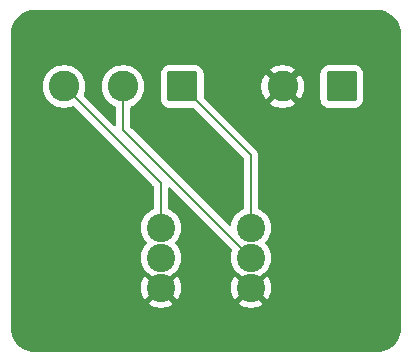
<source format=gbr>
%TF.GenerationSoftware,KiCad,Pcbnew,9.0.0*%
%TF.CreationDate,2025-03-24T14:24:08-05:00*%
%TF.ProjectId,DIIN-proyecto,4449494e-2d70-4726-9f79-6563746f2e6b,rev?*%
%TF.SameCoordinates,Original*%
%TF.FileFunction,Copper,L2,Bot*%
%TF.FilePolarity,Positive*%
%FSLAX46Y46*%
G04 Gerber Fmt 4.6, Leading zero omitted, Abs format (unit mm)*
G04 Created by KiCad (PCBNEW 9.0.0) date 2025-03-24 14:24:08*
%MOMM*%
%LPD*%
G01*
G04 APERTURE LIST*
G04 Aperture macros list*
%AMRoundRect*
0 Rectangle with rounded corners*
0 $1 Rounding radius*
0 $2 $3 $4 $5 $6 $7 $8 $9 X,Y pos of 4 corners*
0 Add a 4 corners polygon primitive as box body*
4,1,4,$2,$3,$4,$5,$6,$7,$8,$9,$2,$3,0*
0 Add four circle primitives for the rounded corners*
1,1,$1+$1,$2,$3*
1,1,$1+$1,$4,$5*
1,1,$1+$1,$6,$7*
1,1,$1+$1,$8,$9*
0 Add four rect primitives between the rounded corners*
20,1,$1+$1,$2,$3,$4,$5,0*
20,1,$1+$1,$4,$5,$6,$7,0*
20,1,$1+$1,$6,$7,$8,$9,0*
20,1,$1+$1,$8,$9,$2,$3,0*%
G04 Aperture macros list end*
%TA.AperFunction,ComponentPad*%
%ADD10C,2.400000*%
%TD*%
%TA.AperFunction,ComponentPad*%
%ADD11RoundRect,0.250000X1.050000X1.050000X-1.050000X1.050000X-1.050000X-1.050000X1.050000X-1.050000X0*%
%TD*%
%TA.AperFunction,ComponentPad*%
%ADD12C,2.600000*%
%TD*%
%TA.AperFunction,Conductor*%
%ADD13C,0.200000*%
%TD*%
G04 APERTURE END LIST*
D10*
%TO.P,U3,1,SCK*%
%TO.N,SCK*%
X135810000Y-65960000D03*
%TO.P,U3,2,WS*%
%TO.N,WS*%
X135810000Y-68500000D03*
%TO.P,U3,3,L/R*%
%TO.N,GND*%
X135810000Y-71040000D03*
%TO.P,U3,4,SD*%
%TO.N,SD*%
X128190000Y-65960000D03*
%TO.P,U3,5,VDD*%
%TO.N,+3.3V*%
X128190000Y-68500000D03*
%TO.P,U3,6,GND*%
%TO.N,GND*%
X128190000Y-71040000D03*
%TD*%
D11*
%TO.P,J14,1,Pin_1*%
%TO.N,SCK*%
X130000000Y-54000000D03*
D12*
%TO.P,J14,2,Pin_2*%
%TO.N,WS*%
X125000000Y-54000000D03*
%TO.P,J14,3,Pin_3*%
%TO.N,SD*%
X120000000Y-54000000D03*
%TD*%
D11*
%TO.P,J7,1,Pin_1*%
%TO.N,+3.3V*%
X143500000Y-54000000D03*
D12*
%TO.P,J7,2,Pin_2*%
%TO.N,GND*%
X138500000Y-54000000D03*
%TD*%
D13*
%TO.N,SCK*%
X135810000Y-59810000D02*
X135810000Y-65960000D01*
X130000000Y-54000000D02*
X135810000Y-59810000D01*
%TO.N,SD*%
X128190000Y-62190000D02*
X128190000Y-65960000D01*
X120000000Y-54000000D02*
X128190000Y-62190000D01*
%TO.N,WS*%
X125000000Y-57690000D02*
X135810000Y-68500000D01*
X125000000Y-54000000D02*
X125000000Y-57690000D01*
%TD*%
%TA.AperFunction,Conductor*%
%TO.N,GND*%
G36*
X146504043Y-47500765D02*
G01*
X146752895Y-47517075D01*
X146768953Y-47519190D01*
X146976105Y-47560395D01*
X147009535Y-47567045D01*
X147025202Y-47571243D01*
X147194947Y-47628863D01*
X147257481Y-47650091D01*
X147272458Y-47656294D01*
X147481799Y-47759529D01*
X147492460Y-47764787D01*
X147506508Y-47772897D01*
X147710464Y-47909177D01*
X147723328Y-47919048D01*
X147907749Y-48080781D01*
X147919218Y-48092250D01*
X148080951Y-48276671D01*
X148090825Y-48289539D01*
X148227102Y-48493492D01*
X148235212Y-48507539D01*
X148343702Y-48727534D01*
X148349909Y-48742520D01*
X148428756Y-48974797D01*
X148432954Y-48990464D01*
X148480807Y-49231035D01*
X148482925Y-49247116D01*
X148499235Y-49495956D01*
X148499500Y-49504066D01*
X148499500Y-74495933D01*
X148499235Y-74504043D01*
X148482925Y-74752883D01*
X148480807Y-74768964D01*
X148432954Y-75009535D01*
X148428756Y-75025202D01*
X148349909Y-75257479D01*
X148343702Y-75272465D01*
X148235212Y-75492460D01*
X148227102Y-75506507D01*
X148090825Y-75710460D01*
X148080951Y-75723328D01*
X147919218Y-75907749D01*
X147907749Y-75919218D01*
X147723328Y-76080951D01*
X147710460Y-76090825D01*
X147506507Y-76227102D01*
X147492460Y-76235212D01*
X147272465Y-76343702D01*
X147257479Y-76349909D01*
X147025202Y-76428756D01*
X147009535Y-76432954D01*
X146768964Y-76480807D01*
X146752883Y-76482925D01*
X146504043Y-76499235D01*
X146495933Y-76499500D01*
X117504067Y-76499500D01*
X117495957Y-76499235D01*
X117247116Y-76482925D01*
X117231035Y-76480807D01*
X116990464Y-76432954D01*
X116974797Y-76428756D01*
X116742520Y-76349909D01*
X116727534Y-76343702D01*
X116507539Y-76235212D01*
X116493492Y-76227102D01*
X116289539Y-76090825D01*
X116276671Y-76080951D01*
X116092250Y-75919218D01*
X116080781Y-75907749D01*
X115919048Y-75723328D01*
X115909174Y-75710460D01*
X115772897Y-75506507D01*
X115764787Y-75492460D01*
X115658855Y-75277652D01*
X115656294Y-75272458D01*
X115650090Y-75257479D01*
X115571243Y-75025202D01*
X115567045Y-75009535D01*
X115559186Y-74970026D01*
X115519190Y-74768953D01*
X115517075Y-74752895D01*
X115500765Y-74504043D01*
X115500500Y-74495933D01*
X115500500Y-53881995D01*
X118199500Y-53881995D01*
X118199500Y-54118004D01*
X118199501Y-54118020D01*
X118230306Y-54352010D01*
X118291394Y-54579993D01*
X118381714Y-54798045D01*
X118381719Y-54798056D01*
X118440520Y-54899901D01*
X118499727Y-55002450D01*
X118499729Y-55002453D01*
X118499730Y-55002454D01*
X118643406Y-55189697D01*
X118643412Y-55189704D01*
X118810295Y-55356587D01*
X118810302Y-55356593D01*
X118920306Y-55441001D01*
X118997550Y-55500273D01*
X119128918Y-55576118D01*
X119201943Y-55618280D01*
X119201948Y-55618282D01*
X119201951Y-55618284D01*
X119420007Y-55708606D01*
X119647986Y-55769693D01*
X119881989Y-55800500D01*
X119881996Y-55800500D01*
X120118004Y-55800500D01*
X120118011Y-55800500D01*
X120352014Y-55769693D01*
X120579993Y-55708606D01*
X120700996Y-55658483D01*
X120770464Y-55651015D01*
X120832943Y-55682289D01*
X120836129Y-55685364D01*
X127553181Y-62402416D01*
X127586666Y-62463739D01*
X127589500Y-62490097D01*
X127589500Y-64285272D01*
X127569815Y-64352311D01*
X127517011Y-64398066D01*
X127512954Y-64399832D01*
X127436274Y-64431594D01*
X127436272Y-64431595D01*
X127243226Y-64543052D01*
X127243217Y-64543058D01*
X127066377Y-64678751D01*
X127066370Y-64678757D01*
X126908757Y-64836370D01*
X126908751Y-64836377D01*
X126773058Y-65013217D01*
X126773052Y-65013226D01*
X126661595Y-65206273D01*
X126661593Y-65206277D01*
X126576293Y-65412209D01*
X126576290Y-65412219D01*
X126518597Y-65627534D01*
X126518594Y-65627547D01*
X126489501Y-65848533D01*
X126489500Y-65848549D01*
X126489500Y-66071450D01*
X126489501Y-66071466D01*
X126518594Y-66292452D01*
X126518595Y-66292457D01*
X126518596Y-66292463D01*
X126518597Y-66292465D01*
X126576290Y-66507780D01*
X126576293Y-66507790D01*
X126661593Y-66713722D01*
X126661595Y-66713726D01*
X126773052Y-66906774D01*
X126773057Y-66906780D01*
X126773058Y-66906782D01*
X126908751Y-67083622D01*
X126908757Y-67083629D01*
X126967447Y-67142319D01*
X127000932Y-67203642D01*
X126995948Y-67273334D01*
X126967447Y-67317681D01*
X126908757Y-67376370D01*
X126908751Y-67376377D01*
X126773058Y-67553217D01*
X126773052Y-67553226D01*
X126661595Y-67746273D01*
X126661593Y-67746277D01*
X126576293Y-67952209D01*
X126576290Y-67952219D01*
X126518597Y-68167534D01*
X126518594Y-68167547D01*
X126489501Y-68388533D01*
X126489500Y-68388549D01*
X126489500Y-68611450D01*
X126489501Y-68611466D01*
X126518594Y-68832452D01*
X126518595Y-68832457D01*
X126518596Y-68832463D01*
X126518597Y-68832465D01*
X126576290Y-69047780D01*
X126576293Y-69047790D01*
X126661593Y-69253722D01*
X126661595Y-69253726D01*
X126773052Y-69446774D01*
X126773057Y-69446780D01*
X126773058Y-69446782D01*
X126908751Y-69623622D01*
X126908757Y-69623629D01*
X127066370Y-69781242D01*
X127066376Y-69781247D01*
X127243226Y-69916948D01*
X127436274Y-70028405D01*
X127436277Y-70028406D01*
X127436282Y-70028409D01*
X127508871Y-70058475D01*
X127576831Y-70086625D01*
X127617058Y-70113504D01*
X127978941Y-70475387D01*
X127958409Y-70480889D01*
X127821592Y-70559881D01*
X127709881Y-70671592D01*
X127630889Y-70808409D01*
X127625387Y-70828940D01*
X126824042Y-70027595D01*
X126773462Y-70093511D01*
X126662054Y-70286479D01*
X126662045Y-70286497D01*
X126576763Y-70492381D01*
X126519088Y-70707632D01*
X126519085Y-70707645D01*
X126490000Y-70928575D01*
X126490000Y-71151424D01*
X126519085Y-71372354D01*
X126519088Y-71372367D01*
X126576763Y-71587618D01*
X126662045Y-71793502D01*
X126662054Y-71793520D01*
X126773464Y-71986491D01*
X126773473Y-71986504D01*
X126824040Y-72052403D01*
X126824043Y-72052403D01*
X127625387Y-71251059D01*
X127630889Y-71271591D01*
X127709881Y-71408408D01*
X127821592Y-71520119D01*
X127958409Y-71599111D01*
X127978940Y-71604612D01*
X127177595Y-72405955D01*
X127177595Y-72405956D01*
X127243507Y-72456533D01*
X127436485Y-72567949D01*
X127436497Y-72567954D01*
X127642381Y-72653236D01*
X127857632Y-72710911D01*
X127857645Y-72710914D01*
X128078575Y-72740000D01*
X128301425Y-72740000D01*
X128522354Y-72710914D01*
X128522367Y-72710911D01*
X128737618Y-72653236D01*
X128943502Y-72567954D01*
X128943514Y-72567949D01*
X129136498Y-72456530D01*
X129202403Y-72405957D01*
X129202404Y-72405956D01*
X128401059Y-71604612D01*
X128421591Y-71599111D01*
X128558408Y-71520119D01*
X128670119Y-71408408D01*
X128749111Y-71271591D01*
X128754612Y-71251059D01*
X129555956Y-72052404D01*
X129555957Y-72052403D01*
X129606530Y-71986498D01*
X129717949Y-71793514D01*
X129717954Y-71793502D01*
X129803236Y-71587618D01*
X129860911Y-71372367D01*
X129860914Y-71372354D01*
X129890000Y-71151424D01*
X129890000Y-70928575D01*
X129860914Y-70707645D01*
X129860911Y-70707632D01*
X129803236Y-70492381D01*
X129717954Y-70286497D01*
X129717949Y-70286485D01*
X129606533Y-70093507D01*
X129555956Y-70027595D01*
X129555955Y-70027595D01*
X128754612Y-70828939D01*
X128749111Y-70808409D01*
X128670119Y-70671592D01*
X128558408Y-70559881D01*
X128421591Y-70480889D01*
X128401058Y-70475387D01*
X128762940Y-70113504D01*
X128803161Y-70086628D01*
X128943726Y-70028405D01*
X129136774Y-69916948D01*
X129313624Y-69781247D01*
X129471247Y-69623624D01*
X129606948Y-69446774D01*
X129718405Y-69253726D01*
X129803710Y-69047781D01*
X129861404Y-68832463D01*
X129890500Y-68611457D01*
X129890500Y-68388543D01*
X129861404Y-68167537D01*
X129803710Y-67952219D01*
X129718405Y-67746274D01*
X129606948Y-67553226D01*
X129471247Y-67376376D01*
X129412550Y-67317679D01*
X129379067Y-67256359D01*
X129384051Y-67186667D01*
X129412550Y-67142320D01*
X129471247Y-67083624D01*
X129606948Y-66906774D01*
X129718405Y-66713726D01*
X129803710Y-66507781D01*
X129861404Y-66292463D01*
X129890500Y-66071457D01*
X129890500Y-65848543D01*
X129861404Y-65627537D01*
X129803710Y-65412219D01*
X129718405Y-65206274D01*
X129606948Y-65013226D01*
X129471247Y-64836376D01*
X129471242Y-64836370D01*
X129313629Y-64678757D01*
X129313622Y-64678751D01*
X129136782Y-64543058D01*
X129136780Y-64543057D01*
X129136774Y-64543052D01*
X129040250Y-64487323D01*
X128943727Y-64431595D01*
X128943725Y-64431594D01*
X128867046Y-64399832D01*
X128812643Y-64355991D01*
X128790579Y-64289696D01*
X128790500Y-64285272D01*
X128790500Y-62629097D01*
X128810185Y-62562058D01*
X128862989Y-62516303D01*
X128932147Y-62506359D01*
X128995703Y-62535384D01*
X129002181Y-62541416D01*
X134201170Y-67740406D01*
X134234655Y-67801729D01*
X134229671Y-67871421D01*
X134228051Y-67875538D01*
X134196293Y-67952210D01*
X134196290Y-67952219D01*
X134138597Y-68167534D01*
X134138594Y-68167547D01*
X134109501Y-68388533D01*
X134109500Y-68388549D01*
X134109500Y-68611450D01*
X134109501Y-68611466D01*
X134138594Y-68832452D01*
X134138595Y-68832457D01*
X134138596Y-68832463D01*
X134138597Y-68832465D01*
X134196290Y-69047780D01*
X134196293Y-69047790D01*
X134281593Y-69253722D01*
X134281595Y-69253726D01*
X134393052Y-69446774D01*
X134393057Y-69446780D01*
X134393058Y-69446782D01*
X134528751Y-69623622D01*
X134528757Y-69623629D01*
X134686370Y-69781242D01*
X134686376Y-69781247D01*
X134863226Y-69916948D01*
X135056274Y-70028405D01*
X135056277Y-70028406D01*
X135056282Y-70028409D01*
X135128871Y-70058475D01*
X135196831Y-70086625D01*
X135237058Y-70113504D01*
X135598941Y-70475387D01*
X135578409Y-70480889D01*
X135441592Y-70559881D01*
X135329881Y-70671592D01*
X135250889Y-70808409D01*
X135245387Y-70828940D01*
X134444042Y-70027595D01*
X134393462Y-70093511D01*
X134282054Y-70286479D01*
X134282045Y-70286497D01*
X134196763Y-70492381D01*
X134139088Y-70707632D01*
X134139085Y-70707645D01*
X134110000Y-70928575D01*
X134110000Y-71151424D01*
X134139085Y-71372354D01*
X134139088Y-71372367D01*
X134196763Y-71587618D01*
X134282045Y-71793502D01*
X134282054Y-71793520D01*
X134393464Y-71986491D01*
X134393473Y-71986504D01*
X134444040Y-72052403D01*
X134444043Y-72052403D01*
X135245387Y-71251059D01*
X135250889Y-71271591D01*
X135329881Y-71408408D01*
X135441592Y-71520119D01*
X135578409Y-71599111D01*
X135598940Y-71604612D01*
X134797595Y-72405955D01*
X134797595Y-72405956D01*
X134863507Y-72456533D01*
X135056485Y-72567949D01*
X135056497Y-72567954D01*
X135262381Y-72653236D01*
X135477632Y-72710911D01*
X135477645Y-72710914D01*
X135698575Y-72740000D01*
X135921425Y-72740000D01*
X136142354Y-72710914D01*
X136142367Y-72710911D01*
X136357618Y-72653236D01*
X136563502Y-72567954D01*
X136563514Y-72567949D01*
X136756498Y-72456530D01*
X136822403Y-72405957D01*
X136822404Y-72405956D01*
X136021059Y-71604612D01*
X136041591Y-71599111D01*
X136178408Y-71520119D01*
X136290119Y-71408408D01*
X136369111Y-71271591D01*
X136374612Y-71251059D01*
X137175956Y-72052404D01*
X137175957Y-72052403D01*
X137226530Y-71986498D01*
X137337949Y-71793514D01*
X137337954Y-71793502D01*
X137423236Y-71587618D01*
X137480911Y-71372367D01*
X137480914Y-71372354D01*
X137510000Y-71151424D01*
X137510000Y-70928575D01*
X137480914Y-70707645D01*
X137480911Y-70707632D01*
X137423236Y-70492381D01*
X137337954Y-70286497D01*
X137337949Y-70286485D01*
X137226533Y-70093507D01*
X137175956Y-70027595D01*
X137175955Y-70027595D01*
X136374612Y-70828939D01*
X136369111Y-70808409D01*
X136290119Y-70671592D01*
X136178408Y-70559881D01*
X136041591Y-70480889D01*
X136021058Y-70475387D01*
X136382940Y-70113504D01*
X136423161Y-70086628D01*
X136563726Y-70028405D01*
X136756774Y-69916948D01*
X136933624Y-69781247D01*
X137091247Y-69623624D01*
X137226948Y-69446774D01*
X137338405Y-69253726D01*
X137423710Y-69047781D01*
X137481404Y-68832463D01*
X137510500Y-68611457D01*
X137510500Y-68388543D01*
X137481404Y-68167537D01*
X137423710Y-67952219D01*
X137338405Y-67746274D01*
X137226948Y-67553226D01*
X137091247Y-67376376D01*
X137032550Y-67317679D01*
X136999067Y-67256359D01*
X137004051Y-67186667D01*
X137032550Y-67142320D01*
X137091247Y-67083624D01*
X137226948Y-66906774D01*
X137338405Y-66713726D01*
X137423710Y-66507781D01*
X137481404Y-66292463D01*
X137510500Y-66071457D01*
X137510500Y-65848543D01*
X137481404Y-65627537D01*
X137423710Y-65412219D01*
X137338405Y-65206274D01*
X137226948Y-65013226D01*
X137091247Y-64836376D01*
X137091242Y-64836370D01*
X136933629Y-64678757D01*
X136933622Y-64678751D01*
X136756782Y-64543058D01*
X136756780Y-64543057D01*
X136756774Y-64543052D01*
X136660250Y-64487323D01*
X136563727Y-64431595D01*
X136563725Y-64431594D01*
X136487046Y-64399832D01*
X136432643Y-64355991D01*
X136410579Y-64289696D01*
X136410500Y-64285272D01*
X136410500Y-59899060D01*
X136410501Y-59899047D01*
X136410501Y-59730945D01*
X136410501Y-59730943D01*
X136369577Y-59578215D01*
X136290520Y-59441284D01*
X134100139Y-57250903D01*
X131836818Y-54987582D01*
X131803333Y-54926259D01*
X131800499Y-54899901D01*
X131800499Y-53882014D01*
X136700000Y-53882014D01*
X136700000Y-54117985D01*
X136730799Y-54351914D01*
X136791870Y-54579837D01*
X136882160Y-54797819D01*
X136882165Y-54797828D01*
X137000144Y-55002171D01*
X137000145Y-55002172D01*
X137062721Y-55083723D01*
X137898958Y-54247487D01*
X137923978Y-54307890D01*
X137995112Y-54414351D01*
X138085649Y-54504888D01*
X138192110Y-54576022D01*
X138252511Y-54601041D01*
X137416275Y-55437277D01*
X137497827Y-55499854D01*
X137497828Y-55499855D01*
X137702171Y-55617834D01*
X137702180Y-55617839D01*
X137920163Y-55708129D01*
X137920161Y-55708129D01*
X138148085Y-55769200D01*
X138382014Y-55799999D01*
X138382029Y-55800000D01*
X138617971Y-55800000D01*
X138617985Y-55799999D01*
X138851914Y-55769200D01*
X139079837Y-55708129D01*
X139297819Y-55617839D01*
X139297828Y-55617834D01*
X139502181Y-55499850D01*
X139583723Y-55437279D01*
X139583723Y-55437276D01*
X138747487Y-54601041D01*
X138807890Y-54576022D01*
X138914351Y-54504888D01*
X139004888Y-54414351D01*
X139076022Y-54307890D01*
X139101041Y-54247487D01*
X139937276Y-55083723D01*
X139937279Y-55083723D01*
X139999850Y-55002181D01*
X140117834Y-54797828D01*
X140117839Y-54797819D01*
X140208129Y-54579837D01*
X140269200Y-54351914D01*
X140299999Y-54117985D01*
X140300000Y-54117971D01*
X140300000Y-53882028D01*
X140299999Y-53882014D01*
X140269200Y-53648085D01*
X140208129Y-53420162D01*
X140117839Y-53202180D01*
X140117834Y-53202171D01*
X139999855Y-52997828D01*
X139999848Y-52997817D01*
X139980286Y-52972324D01*
X139980283Y-52972321D01*
X139937277Y-52916275D01*
X139101041Y-53752511D01*
X139076022Y-53692110D01*
X139004888Y-53585649D01*
X138914351Y-53495112D01*
X138807890Y-53423978D01*
X138747488Y-53398958D01*
X139246462Y-52899983D01*
X141699500Y-52899983D01*
X141699500Y-55100001D01*
X141699501Y-55100018D01*
X141710000Y-55202796D01*
X141710001Y-55202799D01*
X141760962Y-55356587D01*
X141765186Y-55369334D01*
X141857288Y-55518656D01*
X141981344Y-55642712D01*
X142130666Y-55734814D01*
X142297203Y-55789999D01*
X142399991Y-55800500D01*
X144600008Y-55800499D01*
X144702797Y-55789999D01*
X144869334Y-55734814D01*
X145018656Y-55642712D01*
X145142712Y-55518656D01*
X145234814Y-55369334D01*
X145289999Y-55202797D01*
X145300500Y-55100009D01*
X145300499Y-52899992D01*
X145289999Y-52797203D01*
X145234814Y-52630666D01*
X145142712Y-52481344D01*
X145018656Y-52357288D01*
X144869334Y-52265186D01*
X144702797Y-52210001D01*
X144702795Y-52210000D01*
X144600010Y-52199500D01*
X142399998Y-52199500D01*
X142399981Y-52199501D01*
X142297203Y-52210000D01*
X142297200Y-52210001D01*
X142130668Y-52265185D01*
X142130663Y-52265187D01*
X141981342Y-52357289D01*
X141857289Y-52481342D01*
X141765187Y-52630663D01*
X141765185Y-52630668D01*
X141758886Y-52649678D01*
X141710001Y-52797203D01*
X141710001Y-52797204D01*
X141710000Y-52797204D01*
X141699500Y-52899983D01*
X139246462Y-52899983D01*
X139583723Y-52562721D01*
X139502172Y-52500145D01*
X139502171Y-52500144D01*
X139297828Y-52382165D01*
X139297819Y-52382160D01*
X139079836Y-52291870D01*
X139079838Y-52291870D01*
X138851914Y-52230799D01*
X138617985Y-52200000D01*
X138382014Y-52200000D01*
X138148085Y-52230799D01*
X137920162Y-52291870D01*
X137702180Y-52382160D01*
X137702171Y-52382165D01*
X137497828Y-52500144D01*
X137497818Y-52500150D01*
X137416275Y-52562720D01*
X137416275Y-52562721D01*
X138252512Y-53398958D01*
X138192110Y-53423978D01*
X138085649Y-53495112D01*
X137995112Y-53585649D01*
X137923978Y-53692110D01*
X137898958Y-53752512D01*
X137062721Y-52916275D01*
X137062720Y-52916275D01*
X137000150Y-52997818D01*
X137000144Y-52997828D01*
X136882165Y-53202171D01*
X136882160Y-53202180D01*
X136791870Y-53420162D01*
X136730799Y-53648085D01*
X136700000Y-53882014D01*
X131800499Y-53882014D01*
X131800499Y-52899998D01*
X131800498Y-52899981D01*
X131789999Y-52797203D01*
X131789998Y-52797200D01*
X131741114Y-52649678D01*
X131741113Y-52649676D01*
X131739037Y-52643412D01*
X131734814Y-52630666D01*
X131642712Y-52481344D01*
X131518656Y-52357288D01*
X131369334Y-52265186D01*
X131202797Y-52210001D01*
X131202795Y-52210000D01*
X131100010Y-52199500D01*
X128899998Y-52199500D01*
X128899981Y-52199501D01*
X128797203Y-52210000D01*
X128797200Y-52210001D01*
X128630668Y-52265185D01*
X128630663Y-52265187D01*
X128481342Y-52357289D01*
X128357289Y-52481342D01*
X128265187Y-52630663D01*
X128265185Y-52630668D01*
X128258886Y-52649678D01*
X128210001Y-52797203D01*
X128210001Y-52797204D01*
X128210000Y-52797204D01*
X128199500Y-52899983D01*
X128199500Y-55100001D01*
X128199501Y-55100018D01*
X128210000Y-55202796D01*
X128210001Y-55202799D01*
X128260962Y-55356587D01*
X128265186Y-55369334D01*
X128357288Y-55518656D01*
X128481344Y-55642712D01*
X128630666Y-55734814D01*
X128797203Y-55789999D01*
X128899991Y-55800500D01*
X130899901Y-55800499D01*
X130966940Y-55820184D01*
X130987582Y-55836818D01*
X135173181Y-60022416D01*
X135206666Y-60083739D01*
X135209500Y-60110097D01*
X135209500Y-64285272D01*
X135189815Y-64352311D01*
X135137011Y-64398066D01*
X135132954Y-64399832D01*
X135056274Y-64431594D01*
X135056272Y-64431595D01*
X134863226Y-64543052D01*
X134863217Y-64543058D01*
X134686377Y-64678751D01*
X134686370Y-64678757D01*
X134528757Y-64836370D01*
X134528751Y-64836377D01*
X134393058Y-65013217D01*
X134393052Y-65013226D01*
X134281595Y-65206273D01*
X134281593Y-65206277D01*
X134196293Y-65412209D01*
X134196290Y-65412219D01*
X134138597Y-65627534D01*
X134138595Y-65627544D01*
X134130486Y-65689136D01*
X134102219Y-65753032D01*
X134043894Y-65791502D01*
X133974029Y-65792333D01*
X133919866Y-65760630D01*
X125636819Y-57477583D01*
X125603334Y-57416260D01*
X125600500Y-57389902D01*
X125600500Y-55782965D01*
X125620185Y-55715926D01*
X125672989Y-55670171D01*
X125677048Y-55668404D01*
X125798037Y-55618289D01*
X125798037Y-55618288D01*
X125798049Y-55618284D01*
X126002450Y-55500273D01*
X126189699Y-55356592D01*
X126356592Y-55189699D01*
X126500273Y-55002450D01*
X126618284Y-54798049D01*
X126708606Y-54579993D01*
X126769693Y-54352014D01*
X126800500Y-54118011D01*
X126800500Y-53881989D01*
X126769693Y-53647986D01*
X126708606Y-53420007D01*
X126618284Y-53201951D01*
X126618282Y-53201948D01*
X126618280Y-53201943D01*
X126576118Y-53128918D01*
X126500273Y-52997550D01*
X126356592Y-52810301D01*
X126356587Y-52810295D01*
X126189704Y-52643412D01*
X126189697Y-52643406D01*
X126002454Y-52499730D01*
X126002453Y-52499729D01*
X126002450Y-52499727D01*
X125920957Y-52452677D01*
X125798056Y-52381719D01*
X125798045Y-52381714D01*
X125579993Y-52291394D01*
X125352010Y-52230306D01*
X125118020Y-52199501D01*
X125118017Y-52199500D01*
X125118011Y-52199500D01*
X124881989Y-52199500D01*
X124881983Y-52199500D01*
X124881979Y-52199501D01*
X124647989Y-52230306D01*
X124420006Y-52291394D01*
X124201954Y-52381714D01*
X124201943Y-52381719D01*
X123997545Y-52499730D01*
X123810302Y-52643406D01*
X123810295Y-52643412D01*
X123643412Y-52810295D01*
X123643406Y-52810302D01*
X123499730Y-52997545D01*
X123499727Y-52997549D01*
X123499727Y-52997550D01*
X123492014Y-53010909D01*
X123381719Y-53201943D01*
X123381714Y-53201954D01*
X123291394Y-53420006D01*
X123230306Y-53647989D01*
X123199501Y-53881979D01*
X123199500Y-53881995D01*
X123199500Y-54118004D01*
X123199501Y-54118020D01*
X123230306Y-54352010D01*
X123291394Y-54579993D01*
X123381714Y-54798045D01*
X123381719Y-54798056D01*
X123440520Y-54899901D01*
X123499727Y-55002450D01*
X123499729Y-55002453D01*
X123499730Y-55002454D01*
X123643406Y-55189697D01*
X123643412Y-55189704D01*
X123810295Y-55356587D01*
X123810302Y-55356593D01*
X123920306Y-55441001D01*
X123997550Y-55500273D01*
X124201951Y-55618284D01*
X124201956Y-55618286D01*
X124201962Y-55618289D01*
X124322952Y-55668404D01*
X124377356Y-55712244D01*
X124399421Y-55778538D01*
X124399500Y-55782965D01*
X124399500Y-57250903D01*
X124379815Y-57317942D01*
X124327011Y-57363697D01*
X124257853Y-57373641D01*
X124194297Y-57344616D01*
X124187819Y-57338584D01*
X121685364Y-54836129D01*
X121651879Y-54774806D01*
X121656863Y-54705114D01*
X121658468Y-54701033D01*
X121708606Y-54579993D01*
X121769693Y-54352014D01*
X121800500Y-54118011D01*
X121800500Y-53881989D01*
X121769693Y-53647986D01*
X121708606Y-53420007D01*
X121618284Y-53201951D01*
X121618282Y-53201948D01*
X121618280Y-53201943D01*
X121576118Y-53128918D01*
X121500273Y-52997550D01*
X121356592Y-52810301D01*
X121356587Y-52810295D01*
X121189704Y-52643412D01*
X121189697Y-52643406D01*
X121002454Y-52499730D01*
X121002453Y-52499729D01*
X121002450Y-52499727D01*
X120920957Y-52452677D01*
X120798056Y-52381719D01*
X120798045Y-52381714D01*
X120579993Y-52291394D01*
X120352010Y-52230306D01*
X120118020Y-52199501D01*
X120118017Y-52199500D01*
X120118011Y-52199500D01*
X119881989Y-52199500D01*
X119881983Y-52199500D01*
X119881979Y-52199501D01*
X119647989Y-52230306D01*
X119420006Y-52291394D01*
X119201954Y-52381714D01*
X119201943Y-52381719D01*
X118997545Y-52499730D01*
X118810302Y-52643406D01*
X118810295Y-52643412D01*
X118643412Y-52810295D01*
X118643406Y-52810302D01*
X118499730Y-52997545D01*
X118499727Y-52997549D01*
X118499727Y-52997550D01*
X118492014Y-53010909D01*
X118381719Y-53201943D01*
X118381714Y-53201954D01*
X118291394Y-53420006D01*
X118230306Y-53647989D01*
X118199501Y-53881979D01*
X118199500Y-53881995D01*
X115500500Y-53881995D01*
X115500500Y-49504066D01*
X115500765Y-49495956D01*
X115504819Y-49434108D01*
X115517075Y-49247102D01*
X115519190Y-49231048D01*
X115567045Y-48990462D01*
X115571243Y-48974797D01*
X115594337Y-48906762D01*
X115650093Y-48742512D01*
X115656291Y-48727547D01*
X115764790Y-48507533D01*
X115772893Y-48493498D01*
X115909182Y-48289527D01*
X115919039Y-48276681D01*
X116080786Y-48092244D01*
X116092244Y-48080786D01*
X116276681Y-47919039D01*
X116289527Y-47909182D01*
X116493498Y-47772893D01*
X116507533Y-47764790D01*
X116727547Y-47656291D01*
X116742512Y-47650093D01*
X116906762Y-47594337D01*
X116974797Y-47571243D01*
X116990464Y-47567045D01*
X117231048Y-47519190D01*
X117247102Y-47517075D01*
X117495957Y-47500765D01*
X117504067Y-47500500D01*
X117565892Y-47500500D01*
X146434108Y-47500500D01*
X146495933Y-47500500D01*
X146504043Y-47500765D01*
G37*
%TD.AperFunction*%
%TD*%
M02*

</source>
